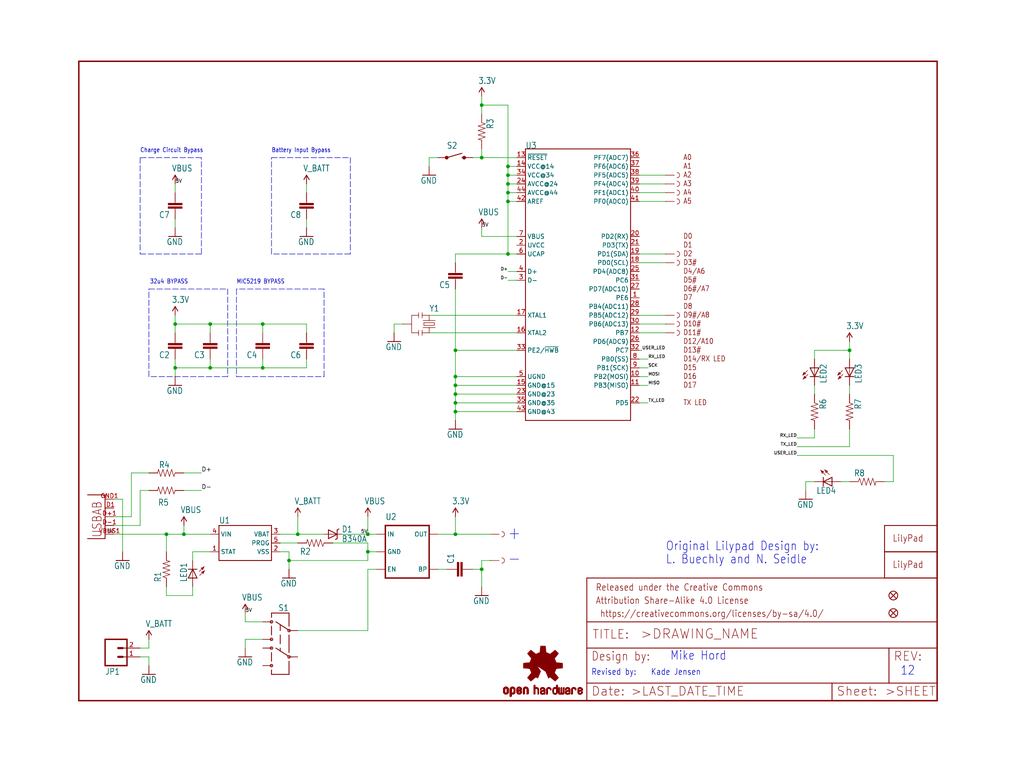
<source format=kicad_sch>
(kicad_sch (version 20211123) (generator eeschema)
  (paper "User" 297.002 223.926)
  (lib_symbols
    (symbol "schematicEagle-eagle-import:3.3V" (power)
      (property "Value" "3.3V" (at -1.016 3.556 0))
      (symbol "3.3V_1_0"
        (pin power_in line (at 0 0 90) (length 2.54) (name "3.3V") (number "1"))
      )
    )
    (symbol "schematicEagle-eagle-import:5V" (power)
      (property "Value" "5V" (at -1.016 3.556 0))
      (symbol "5V_1_0"
        (pin power_in line (at 0 0 90) (length 2.54) (name "5V") (number "1"))
      )
    )
    (symbol "schematicEagle-eagle-import:ATMEGA32U41{colon}1-LESS_PASTE"
      (property "Value" "ATMEGA32U41{colon}1-LESS_PASTE" (at -15.24 -43.18 0))
      (symbol "ATMEGA32U41{colon}1-LESS_PASTE_1_0"
        (text "A0" (at 30.48 34.798 0) (effects (font (size 1.524 1.2954)) (justify left bottom)))
        (text "A1" (at 30.48 32.258 0) (effects (font (size 1.524 1.2954)) (justify left bottom)))
        (text "A2" (at 30.48 29.718 0) (effects (font (size 1.524 1.2954)) (justify left bottom)))
        (text "A3" (at 30.48 27.178 0) (effects (font (size 1.524 1.2954)) (justify left bottom)))
        (text "A4" (at 30.48 24.638 0) (effects (font (size 1.524 1.2954)) (justify left bottom)))
        (text "A5" (at 30.48 22.098 0) (effects (font (size 1.524 1.2954)) (justify left bottom)))
        (text "D0" (at 30.48 11.938 0) (effects (font (size 1.524 1.2954)) (justify left bottom)))
        (text "D1" (at 30.48 9.398 0) (effects (font (size 1.524 1.2954)) (justify left bottom)))
        (text "D10#" (at 30.48 -13.462 0) (effects (font (size 1.524 1.2954)) (justify left bottom)))
        (text "D11#" (at 30.48 -16.002 0) (effects (font (size 1.524 1.2954)) (justify left bottom)))
        (text "D12/A10" (at 30.48 -18.542 0) (effects (font (size 1.524 1.2954)) (justify left bottom)))
        (text "D13#" (at 30.48 -21.082 0) (effects (font (size 1.524 1.2954)) (justify left bottom)))
        (text "D14/RX LED" (at 30.48 -23.622 0) (effects (font (size 1.524 1.2954)) (justify left bottom)))
        (text "D15" (at 30.48 -26.162 0) (effects (font (size 1.524 1.2954)) (justify left bottom)))
        (text "D16" (at 30.48 -28.702 0) (effects (font (size 1.524 1.2954)) (justify left bottom)))
        (text "D17" (at 30.48 -31.242 0) (effects (font (size 1.524 1.2954)) (justify left bottom)))
        (text "D2" (at 30.48 6.858 0) (effects (font (size 1.524 1.2954)) (justify left bottom)))
        (text "D3#" (at 30.48 4.318 0) (effects (font (size 1.524 1.2954)) (justify left bottom)))
        (text "D4/A6" (at 30.48 1.778 0) (effects (font (size 1.524 1.2954)) (justify left bottom)))
        (text "D5#" (at 30.48 -0.762 0) (effects (font (size 1.524 1.2954)) (justify left bottom)))
        (text "D6#/A7" (at 30.48 -3.302 0) (effects (font (size 1.524 1.2954)) (justify left bottom)))
        (text "D7" (at 30.48 -5.842 0) (effects (font (size 1.524 1.2954)) (justify left bottom)))
        (text "D8" (at 30.48 -8.382 0) (effects (font (size 1.524 1.2954)) (justify left bottom)))
        (text "D9#/A8" (at 30.48 -10.922 0) (effects (font (size 1.524 1.2954)) (justify left bottom)))
        (text "TX LED" (at 30.48 -36.322 0) (effects (font (size 1.524 1.2954)) (justify left bottom)))
        (pin bidirectional line (at 17.78 -5.08 180) (length 2.54) (name "PE6") (number "1"))
        (pin bidirectional line (at 17.78 -27.94 180) (length 2.54) (name "PB2(MOSI)") (number "10"))
        (pin bidirectional line (at 17.78 -30.48 180) (length 2.54) (name "PB3(MISO)") (number "11"))
        (pin bidirectional line (at 17.78 -15.24 180) (length 2.54) (name "PB7") (number "12"))
        (pin bidirectional line (at -17.78 35.56 0) (length 2.54) (name "~{RESET}") (number "13"))
        (pin bidirectional line (at -17.78 33.02 0) (length 2.54) (name "VCC@14") (number "14"))
        (pin bidirectional line (at -17.78 -30.48 0) (length 2.54) (name "GND@15") (number "15"))
        (pin bidirectional line (at -17.78 -15.24 0) (length 2.54) (name "XTAL2") (number "16"))
        (pin bidirectional line (at -17.78 -10.16 0) (length 2.54) (name "XTAL1") (number "17"))
        (pin bidirectional line (at 17.78 5.08 180) (length 2.54) (name "PD0(SCL)") (number "18"))
        (pin bidirectional line (at 17.78 7.62 180) (length 2.54) (name "PD1(SDA)") (number "19"))
        (pin bidirectional line (at -17.78 10.16 0) (length 2.54) (name "UVCC") (number "2"))
        (pin bidirectional line (at 17.78 12.7 180) (length 2.54) (name "PD2(RX)") (number "20"))
        (pin bidirectional line (at 17.78 10.16 180) (length 2.54) (name "PD3(TX)") (number "21"))
        (pin bidirectional line (at 17.78 -35.56 180) (length 2.54) (name "PD5") (number "22"))
        (pin bidirectional line (at -17.78 -33.02 0) (length 2.54) (name "GND@23") (number "23"))
        (pin bidirectional line (at -17.78 27.94 0) (length 2.54) (name "AVCC@24") (number "24"))
        (pin bidirectional line (at 17.78 2.54 180) (length 2.54) (name "PD4(ADC8)") (number "25"))
        (pin bidirectional line (at 17.78 -17.78 180) (length 2.54) (name "PD6(ADC9)") (number "26"))
        (pin bidirectional line (at 17.78 -2.54 180) (length 2.54) (name "PD7(ADC10)") (number "27"))
        (pin bidirectional line (at 17.78 -7.62 180) (length 2.54) (name "PB4(ADC11)") (number "28"))
        (pin bidirectional line (at 17.78 -10.16 180) (length 2.54) (name "PB5(ADC12)") (number "29"))
        (pin bidirectional line (at -17.78 0 0) (length 2.54) (name "D-") (number "3"))
        (pin bidirectional line (at 17.78 -12.7 180) (length 2.54) (name "PB6(ADC13)") (number "30"))
        (pin bidirectional line (at 17.78 0 180) (length 2.54) (name "PC6") (number "31"))
        (pin bidirectional line (at 17.78 -20.32 180) (length 2.54) (name "PC7") (number "32"))
        (pin bidirectional line (at -17.78 -20.32 0) (length 2.54) (name "PE2/~{HWB}") (number "33"))
        (pin bidirectional line (at -17.78 30.48 0) (length 2.54) (name "VCC@34") (number "34"))
        (pin bidirectional line (at -17.78 -35.56 0) (length 2.54) (name "GND@35") (number "35"))
        (pin bidirectional line (at 17.78 35.56 180) (length 2.54) (name "PF7(ADC7)") (number "36"))
        (pin bidirectional line (at 17.78 33.02 180) (length 2.54) (name "PF6(ADC6)") (number "37"))
        (pin bidirectional line (at 17.78 30.48 180) (length 2.54) (name "PF5(ADC5)") (number "38"))
        (pin bidirectional line (at 17.78 27.94 180) (length 2.54) (name "PF4(ADC4)") (number "39"))
        (pin bidirectional line (at -17.78 2.54 0) (length 2.54) (name "D+") (number "4"))
        (pin bidirectional line (at 17.78 25.4 180) (length 2.54) (name "PF1(ADC1)") (number "40"))
        (pin bidirectional line (at 17.78 22.86 180) (length 2.54) (name "PF0(ADC0)") (number "41"))
        (pin bidirectional line (at -17.78 22.86 0) (length 2.54) (name "AREF") (number "42"))
        (pin bidirectional line (at -17.78 -38.1 0) (length 2.54) (name "GND@43") (number "43"))
        (pin bidirectional line (at -17.78 25.4 0) (length 2.54) (name "AVCC@44") (number "44"))
        (pin bidirectional line (at -17.78 -27.94 0) (length 2.54) (name "UGND") (number "5"))
        (pin bidirectional line (at -17.78 7.62 0) (length 2.54) (name "UCAP") (number "6"))
        (pin bidirectional line (at -17.78 12.7 0) (length 2.54) (name "VBUS") (number "7"))
        (pin bidirectional line (at 17.78 -22.86 180) (length 2.54) (name "PB0(SS)") (number "8"))
        (pin bidirectional line (at 17.78 -25.4 180) (length 2.54) (name "PB1(SCK)") (number "9"))
      )
    )
    (symbol "schematicEagle-eagle-import:CAP0603-CAP"
      (property "Reference" "C" (at 1.524 2.921 0))
      (property "Value" "CAP0603-CAP" (at 1.524 -2.159 0))
      (symbol "CAP0603-CAP_1_0"
        (pin passive line (at 0 5.08 270) (length 2.54) (name "1") (number "1"))
        (pin passive line (at 0 -2.54 90) (length 2.54) (name "2") (number "2"))
      )
    )
    (symbol "schematicEagle-eagle-import:CAP1206"
      (property "Reference" "C" (at 1.524 2.921 0))
      (property "Value" "CAP1206" (at 1.524 -2.159 0))
      (symbol "CAP1206_1_0"
        (pin passive line (at 0 5.08 270) (length 2.54) (name "1") (number "1"))
        (pin passive line (at 0 -2.54 90) (length 2.54) (name "2") (number "2"))
      )
    )
    (symbol "schematicEagle-eagle-import:DIODE-SCHOTTKY-B340A"
      (property "Reference" "D" (at 2.54 0.4826 0))
      (property "Value" "DIODE-SCHOTTKY-B340A" (at 2.54 -2.3114 0))
      (symbol "DIODE-SCHOTTKY-B340A_1_0"
        (pin passive line (at -2.54 0 0) (length 2.54) (name "A") (number "A"))
        (pin passive line (at 2.54 0 180) (length 2.54) (name "C") (number "C"))
      )
    )
    (symbol "schematicEagle-eagle-import:FIDUCIAL1X2")
    (symbol "schematicEagle-eagle-import:FRAME-LETTER"
      (symbol "FRAME-LETTER_2_0"
        (text " https://creativecommons.org/licenses/by-sa/4.0/" (at 2.54 24.13 0) (effects (font (size 1.9304 1.6408)) (justify left bottom)))
        (text ">DRAWING_NAME" (at 15.494 17.78 0) (effects (font (size 2.7432 2.7432)) (justify left bottom)))
        (text ">LAST_DATE_TIME" (at 12.7 1.27 0) (effects (font (size 2.54 2.54)) (justify left bottom)))
        (text ">SHEET" (at 86.36 1.27 0) (effects (font (size 2.54 2.54)) (justify left bottom)))
        (text "Attribution Share-Alike 4.0 License" (at 2.54 27.94 0) (effects (font (size 1.9304 1.6408)) (justify left bottom)))
        (text "Date:" (at 1.27 1.27 0) (effects (font (size 2.54 2.54)) (justify left bottom)))
        (text "Design by:" (at 1.27 11.43 0) (effects (font (size 2.54 2.159)) (justify left bottom)))
        (text "Released under the Creative Commons" (at 2.54 31.75 0) (effects (font (size 1.9304 1.6408)) (justify left bottom)))
        (text "REV:" (at 88.9 11.43 0) (effects (font (size 2.54 2.54)) (justify left bottom)))
        (text "Sheet:" (at 72.39 1.27 0) (effects (font (size 2.54 2.54)) (justify left bottom)))
        (text "TITLE:" (at 1.524 17.78 0) (effects (font (size 2.54 2.54)) (justify left bottom)))
      )
    )
    (symbol "schematicEagle-eagle-import:GND" (power)
      (property "Value" "GND" (at -2.54 -2.54 0))
      (symbol "GND_1_0"
        (pin power_in line (at 0 2.54 270) (length 2.54) (name "GND") (number "1"))
      )
    )
    (symbol "schematicEagle-eagle-import:LED0603"
      (property "Reference" "LED" (at 3.556 -4.572 90))
      (property "Value" "LED0603" (at 5.715 -4.572 90))
      (symbol "LED0603_1_0"
        (pin passive line (at 0 2.54 270) (length 2.54) (name "A") (number "A"))
        (pin passive line (at 0 -5.08 90) (length 2.54) (name "C") (number "C"))
      )
    )
    (symbol "schematicEagle-eagle-import:LOGO-LPLP"
      (symbol "LOGO-LPLP_1_0"
        (text "LilyPad" (at -0.254 0.254 0) (effects (font (size 1.9304 1.6408)) (justify left bottom)))
      )
    )
    (symbol "schematicEagle-eagle-import:LOGO-LPLPA"
      (symbol "LOGO-LPLPA_1_0"
        (text "LilyPad" (at -0.254 0.254 0) (effects (font (size 1.9304 1.6408)) (justify left bottom)))
      )
    )
    (symbol "schematicEagle-eagle-import:M02-JST-2MM-SMT"
      (property "Reference" "JP" (at -2.54 5.842 0))
      (property "Value" "M02-JST-2MM-SMT" (at -2.54 -5.08 0))
      (symbol "M02-JST-2MM-SMT_1_0"
        (pin passive line (at 7.62 2.54 180) (length 5.08) (name "2") (number "1"))
        (pin passive line (at 7.62 0 180) (length 5.08) (name "1") (number "2"))
      )
    )
    (symbol "schematicEagle-eagle-import:MCP73831"
      (property "Reference" "U" (at -7.62 5.588 0))
      (property "Value" "MCP73831" (at -7.62 -7.62 0))
      (symbol "MCP73831_1_0"
        (pin output line (at -10.16 -2.54 0) (length 2.54) (name "STAT") (number "1"))
        (pin power_in line (at 10.16 -2.54 180) (length 2.54) (name "VSS") (number "2"))
        (pin power_in line (at 10.16 2.54 180) (length 2.54) (name "VBAT") (number "3"))
        (pin power_in line (at -10.16 2.54 0) (length 2.54) (name "VIN") (number "4"))
        (pin input line (at 10.16 0 180) (length 2.54) (name "PROG") (number "5"))
      )
    )
    (symbol "schematicEagle-eagle-import:OSHW-LOGOM")
    (symbol "schematicEagle-eagle-import:RESISTOR0603-RES"
      (property "Reference" "R" (at -3.81 1.4986 0))
      (property "Value" "RESISTOR0603-RES" (at -3.81 -3.302 0))
      (symbol "RESISTOR0603-RES_1_0"
        (pin passive line (at -5.08 0 0) (length 2.54) (name "1") (number "1"))
        (pin passive line (at 5.08 0 180) (length 2.54) (name "2") (number "2"))
      )
    )
    (symbol "schematicEagle-eagle-import:RESONATOR8MHZ"
      (property "Reference" "Y" (at 2.54 1.016 0))
      (property "Value" "RESONATOR8MHZ" (at 2.54 -7.62 0))
      (symbol "RESONATOR8MHZ_1_0"
        (pin passive line (at -2.54 0 0) (length 0) (name "1") (number "1"))
        (pin passive line (at 0 -7.62 90) (length 0) (name "2") (number "2"))
        (pin passive line (at 2.54 0 180) (length 0) (name "3") (number "3"))
      )
    )
    (symbol "schematicEagle-eagle-import:SEWTAP9"
      (symbol "SEWTAP9_1_0"
        (pin bidirectional line (at -2.54 0 180) (length 0) (name "1") (number "1"))
      )
    )
    (symbol "schematicEagle-eagle-import:SWITCH-DPDTAYZ0202"
      (property "Reference" "S" (at -2.54 8.128 0))
      (property "Value" "SWITCH-DPDTAYZ0202" (at -2.54 -12.7 0))
      (symbol "SWITCH-DPDTAYZ0202_1_0"
        (pin bidirectional line (at 5.08 5.08 180) (length 2.54) (name "1") (number "1"))
        (pin bidirectional line (at -5.08 2.54 0) (length 2.54) (name "2") (number "2"))
        (pin bidirectional line (at 5.08 0 180) (length 2.54) (name "3") (number "3"))
        (pin bidirectional line (at 5.08 -2.54 180) (length 2.54) (name "4") (number "4"))
        (pin bidirectional line (at -5.08 -5.08 0) (length 2.54) (name "5") (number "5"))
        (pin bidirectional line (at 5.08 -7.62 180) (length 2.54) (name "6") (number "6"))
      )
    )
    (symbol "schematicEagle-eagle-import:SWITCH-MOMENTARY-2SMD"
      (property "Reference" "S" (at -2.54 2.54 0))
      (property "Value" "SWITCH-MOMENTARY-2SMD" (at -2.54 -2.54 0))
      (symbol "SWITCH-MOMENTARY-2SMD_1_0"
        (pin passive line (at -5.08 0 0) (length 2.54) (name "1") (number "1"))
        (pin passive line (at 5.08 0 180) (length 2.54) (name "2") (number "3"))
      )
    )
    (symbol "schematicEagle-eagle-import:USB-ABCONN-11794"
      (symbol "USB-ABCONN-11794_1_0"
        (text "USBAB" (at 1.27 -6.096 900) (effects (font (size 2.54 2.159)) (justify left bottom)))
        (pin bidirectional line (at -5.08 0 0) (length 2.54) (name "D+") (number "D+1"))
        (pin bidirectional line (at -5.08 -2.54 0) (length 2.54) (name "D-") (number "D-1"))
        (pin bidirectional line (at -5.08 5.08 0) (length 2.54) (name "GND") (number "GND1"))
        (pin bidirectional line (at -5.08 2.54 0) (length 2.54) (name "USBID") (number "ID1"))
        (pin bidirectional line (at -5.08 -5.08 0) (length 2.54) (name "VBUS") (number "VBUS1"))
      )
    )
    (symbol "schematicEagle-eagle-import:V_BATT" (power)
      (property "Value" "V_BATT" (at -1.016 3.556 0))
      (symbol "V_BATT_1_0"
        (pin power_in line (at 0 0 90) (length 2.54) (name "V_BATT") (number "1"))
      )
    )
    (symbol "schematicEagle-eagle-import:V_REG_MIC52193.3V"
      (property "Reference" "U" (at -7.62 9.144 0))
      (property "Value" "V_REG_MIC52193.3V" (at -7.62 -11.43 0))
      (symbol "V_REG_MIC52193.3V_1_0"
        (pin input line (at -10.16 5.08 0) (length 2.54) (name "IN") (number "1"))
        (pin input line (at -10.16 0 0) (length 2.54) (name "GND") (number "2"))
        (pin input line (at -10.16 -5.08 0) (length 2.54) (name "EN") (number "3"))
        (pin input line (at 7.62 -5.08 180) (length 2.54) (name "BP") (number "4"))
        (pin passive line (at 7.62 5.08 180) (length 2.54) (name "OUT") (number "5"))
      )
    )
  )
  (junction (at 106.68 154.94))
  (junction (at 132.08 101.6))
  (junction (at 139.7 30.48))
  (junction (at 132.08 111.76))
  (junction (at 132.08 119.38))
  (junction (at 83.82 162.56))
  (junction (at 86.36 154.94))
  (junction (at 50.8 106.68))
  (junction (at 147.32 53.34))
  (junction (at 76.2 93.98))
  (junction (at 147.32 50.8))
  (junction (at 53.34 154.94))
  (junction (at 50.8 93.98))
  (junction (at 132.08 154.94))
  (junction (at 132.08 116.84))
  (junction (at 60.96 93.98))
  (junction (at 48.26 154.94))
  (junction (at 76.2 106.68))
  (junction (at 132.08 109.22))
  (junction (at 139.7 165.1))
  (junction (at 139.7 45.72))
  (junction (at 106.68 160.02))
  (junction (at 60.96 106.68))
  (junction (at 147.32 55.88))
  (junction (at 147.32 73.66))
  (junction (at 246.38 101.6))
  (junction (at 147.32 48.26))
  (junction (at 132.08 114.3))
  (junction (at 147.32 58.42))
  (wire (pts (xy 88.9 93.98) (xy 88.9 96.52)))
  (polyline (pts (xy 40.64 73.66) (xy 58.42 73.66)))
  (wire (pts (xy 246.38 129.54) (xy 231.14 129.54)))
  (wire (pts (xy 40.64 142.24) (xy 40.64 152.4)))
  (wire (pts (xy 139.7 43.18) (xy 139.7 45.72)))
  (wire (pts (xy 185.42 109.22) (xy 187.96 109.22)))
  (wire (pts (xy 50.8 91.44) (xy 50.8 93.98)))
  (wire (pts (xy 147.32 73.66) (xy 132.08 73.66)))
  (wire (pts (xy 147.32 58.42) (xy 149.86 58.42)))
  (polyline (pts (xy 43.18 83.82) (xy 66.04 83.82)))
  (wire (pts (xy 132.08 83.82) (xy 132.08 101.6)))
  (wire (pts (xy 243.84 139.7) (xy 246.38 139.7)))
  (polyline (pts (xy 78.74 73.66) (xy 78.74 45.72)))
  (polyline (pts (xy 68.58 83.82) (xy 68.58 109.22)))
  (wire (pts (xy 139.7 30.48) (xy 139.7 33.02)))
  (wire (pts (xy 185.42 116.84) (xy 187.96 116.84)))
  (wire (pts (xy 132.08 73.66) (xy 132.08 76.2)))
  (wire (pts (xy 149.86 96.52) (xy 124.46 96.52)))
  (polyline (pts (xy 40.64 45.72) (xy 40.64 73.66)))
  (wire (pts (xy 124.46 91.44) (xy 149.86 91.44)))
  (wire (pts (xy 48.26 154.94) (xy 48.26 160.02)))
  (wire (pts (xy 83.82 162.56) (xy 106.68 162.56)))
  (wire (pts (xy 147.32 73.66) (xy 149.86 73.66)))
  (wire (pts (xy 43.18 187.96) (xy 43.18 185.42)))
  (wire (pts (xy 185.42 106.68) (xy 187.96 106.68)))
  (wire (pts (xy 60.96 93.98) (xy 76.2 93.98)))
  (wire (pts (xy 185.42 53.34) (xy 193.04 53.34)))
  (wire (pts (xy 149.86 55.88) (xy 147.32 55.88)))
  (wire (pts (xy 48.26 154.94) (xy 53.34 154.94)))
  (wire (pts (xy 132.08 119.38) (xy 132.08 121.92)))
  (wire (pts (xy 132.08 101.6) (xy 132.08 109.22)))
  (wire (pts (xy 185.42 101.6) (xy 186.182 101.6)))
  (wire (pts (xy 149.86 53.34) (xy 147.32 53.34)))
  (wire (pts (xy 106.68 160.02) (xy 109.22 160.02)))
  (wire (pts (xy 86.36 182.88) (xy 106.68 182.88)))
  (wire (pts (xy 185.42 93.98) (xy 193.04 93.98)))
  (wire (pts (xy 246.38 99.06) (xy 246.38 101.6)))
  (wire (pts (xy 236.22 101.6) (xy 246.38 101.6)))
  (wire (pts (xy 71.12 180.34) (xy 76.2 180.34)))
  (wire (pts (xy 88.9 63.5) (xy 88.9 66.04)))
  (wire (pts (xy 71.12 185.42) (xy 76.2 185.42)))
  (wire (pts (xy 55.88 162.56) (xy 55.88 160.02)))
  (wire (pts (xy 83.82 160.02) (xy 83.82 162.56)))
  (wire (pts (xy 53.34 142.24) (xy 58.42 142.24)))
  (wire (pts (xy 50.8 106.68) (xy 50.8 109.22)))
  (polyline (pts (xy 66.04 109.22) (xy 43.18 109.22)))
  (polyline (pts (xy 78.74 45.72) (xy 101.6 45.72)))
  (wire (pts (xy 147.32 48.26) (xy 147.32 50.8)))
  (wire (pts (xy 259.08 132.08) (xy 231.14 132.08)))
  (wire (pts (xy 139.7 45.72) (xy 137.16 45.72)))
  (wire (pts (xy 106.68 157.48) (xy 106.68 160.02)))
  (wire (pts (xy 50.8 93.98) (xy 60.96 93.98)))
  (polyline (pts (xy 101.6 45.72) (xy 101.6 73.66)))
  (wire (pts (xy 256.54 139.7) (xy 259.08 139.7)))
  (wire (pts (xy 76.2 93.98) (xy 88.9 93.98)))
  (wire (pts (xy 132.08 111.76) (xy 132.08 114.3)))
  (wire (pts (xy 40.64 190.5) (xy 43.18 190.5)))
  (wire (pts (xy 33.02 154.94) (xy 48.26 154.94)))
  (wire (pts (xy 43.18 137.16) (xy 38.1 137.16)))
  (wire (pts (xy 86.36 157.48) (xy 81.28 157.48)))
  (wire (pts (xy 55.88 160.02) (xy 60.96 160.02)))
  (wire (pts (xy 40.64 187.96) (xy 43.18 187.96)))
  (wire (pts (xy 71.12 187.96) (xy 71.12 185.42)))
  (wire (pts (xy 147.32 50.8) (xy 147.32 53.34)))
  (polyline (pts (xy 68.58 109.22) (xy 93.98 109.22)))
  (wire (pts (xy 185.42 58.42) (xy 193.04 58.42)))
  (wire (pts (xy 124.46 45.72) (xy 124.46 48.26)))
  (wire (pts (xy 96.52 157.48) (xy 106.68 157.48)))
  (wire (pts (xy 137.16 165.1) (xy 139.7 165.1)))
  (wire (pts (xy 50.8 104.14) (xy 50.8 106.68)))
  (wire (pts (xy 127 45.72) (xy 124.46 45.72)))
  (wire (pts (xy 132.08 109.22) (xy 132.08 111.76)))
  (wire (pts (xy 53.34 152.4) (xy 53.34 154.94)))
  (wire (pts (xy 132.08 154.94) (xy 142.24 154.94)))
  (wire (pts (xy 60.96 93.98) (xy 60.96 96.52)))
  (wire (pts (xy 38.1 149.86) (xy 38.1 137.16)))
  (wire (pts (xy 185.42 91.44) (xy 193.04 91.44)))
  (polyline (pts (xy 101.6 73.66) (xy 78.74 73.66)))
  (wire (pts (xy 233.68 139.7) (xy 236.22 139.7)))
  (wire (pts (xy 106.68 182.88) (xy 106.68 165.1)))
  (wire (pts (xy 147.32 53.34) (xy 147.32 55.88)))
  (wire (pts (xy 71.12 177.8) (xy 71.12 180.34)))
  (wire (pts (xy 81.28 154.94) (xy 86.36 154.94)))
  (wire (pts (xy 139.7 66.04) (xy 139.7 68.58)))
  (wire (pts (xy 76.2 106.68) (xy 76.2 104.14)))
  (wire (pts (xy 259.08 139.7) (xy 259.08 132.08)))
  (wire (pts (xy 149.86 50.8) (xy 147.32 50.8)))
  (polyline (pts (xy 58.42 45.72) (xy 40.64 45.72)))
  (wire (pts (xy 60.96 106.68) (xy 60.96 104.14)))
  (wire (pts (xy 139.7 162.56) (xy 139.7 165.1)))
  (wire (pts (xy 149.86 119.38) (xy 132.08 119.38)))
  (wire (pts (xy 246.38 124.46) (xy 246.38 129.54)))
  (wire (pts (xy 142.24 162.56) (xy 139.7 162.56)))
  (wire (pts (xy 139.7 165.1) (xy 139.7 170.18)))
  (wire (pts (xy 76.2 106.68) (xy 60.96 106.68)))
  (wire (pts (xy 106.68 149.86) (xy 106.68 154.94)))
  (wire (pts (xy 132.08 116.84) (xy 132.08 119.38)))
  (wire (pts (xy 149.86 116.84) (xy 132.08 116.84)))
  (wire (pts (xy 40.64 152.4) (xy 33.02 152.4)))
  (wire (pts (xy 233.68 142.24) (xy 233.68 139.7)))
  (wire (pts (xy 149.86 109.22) (xy 132.08 109.22)))
  (wire (pts (xy 127 154.94) (xy 132.08 154.94)))
  (polyline (pts (xy 43.18 109.22) (xy 43.18 83.82)))
  (wire (pts (xy 236.22 104.14) (xy 236.22 101.6)))
  (wire (pts (xy 48.26 170.18) (xy 48.26 172.72)))
  (wire (pts (xy 35.56 144.78) (xy 33.02 144.78)))
  (wire (pts (xy 139.7 68.58) (xy 149.86 68.58)))
  (wire (pts (xy 88.9 53.34) (xy 88.9 55.88)))
  (wire (pts (xy 236.22 127) (xy 231.14 127)))
  (wire (pts (xy 88.9 104.14) (xy 88.9 106.68)))
  (wire (pts (xy 50.8 63.5) (xy 50.8 66.04)))
  (wire (pts (xy 246.38 104.14) (xy 246.38 101.6)))
  (wire (pts (xy 149.86 45.72) (xy 139.7 45.72)))
  (wire (pts (xy 236.22 111.76) (xy 236.22 114.3)))
  (wire (pts (xy 149.86 101.6) (xy 132.08 101.6)))
  (wire (pts (xy 53.34 154.94) (xy 60.96 154.94)))
  (wire (pts (xy 139.7 27.94) (xy 139.7 30.48)))
  (wire (pts (xy 83.82 162.56) (xy 83.82 165.1)))
  (wire (pts (xy 149.86 81.28) (xy 147.32 81.28)))
  (wire (pts (xy 106.68 165.1) (xy 109.22 165.1)))
  (wire (pts (xy 185.42 96.52) (xy 193.04 96.52)))
  (wire (pts (xy 185.42 104.14) (xy 187.96 104.14)))
  (wire (pts (xy 147.32 55.88) (xy 147.32 58.42)))
  (wire (pts (xy 149.86 114.3) (xy 132.08 114.3)))
  (wire (pts (xy 246.38 111.76) (xy 246.38 114.3)))
  (wire (pts (xy 149.86 111.76) (xy 132.08 111.76)))
  (wire (pts (xy 93.98 154.94) (xy 86.36 154.94)))
  (wire (pts (xy 35.56 160.02) (xy 35.56 144.78)))
  (wire (pts (xy 193.04 50.8) (xy 185.42 50.8)))
  (wire (pts (xy 50.8 106.68) (xy 60.96 106.68)))
  (wire (pts (xy 132.08 154.94) (xy 132.08 149.86)))
  (polyline (pts (xy 93.98 109.22) (xy 93.98 83.82)))
  (wire (pts (xy 33.02 149.86) (xy 38.1 149.86)))
  (wire (pts (xy 116.84 93.98) (xy 114.3 93.98)))
  (wire (pts (xy 88.9 106.68) (xy 76.2 106.68)))
  (wire (pts (xy 149.86 48.26) (xy 147.32 48.26)))
  (wire (pts (xy 106.68 154.94) (xy 99.06 154.94)))
  (wire (pts (xy 236.22 124.46) (xy 236.22 127)))
  (wire (pts (xy 149.86 78.74) (xy 147.32 78.74)))
  (wire (pts (xy 114.3 93.98) (xy 114.3 96.52)))
  (wire (pts (xy 193.04 55.88) (xy 185.42 55.88)))
  (wire (pts (xy 106.68 154.94) (xy 109.22 154.94)))
  (wire (pts (xy 43.18 142.24) (xy 40.64 142.24)))
  (polyline (pts (xy 93.98 83.82) (xy 68.58 83.82)))
  (wire (pts (xy 132.08 114.3) (xy 132.08 116.84)))
  (polyline (pts (xy 66.04 83.82) (xy 66.04 109.22)))
  (wire (pts (xy 139.7 30.48) (xy 147.32 30.48)))
  (wire (pts (xy 147.32 30.48) (xy 147.32 48.26)))
  (wire (pts (xy 50.8 53.34) (xy 50.8 55.88)))
  (wire (pts (xy 86.36 149.86) (xy 86.36 154.94)))
  (polyline (pts (xy 58.42 73.66) (xy 58.42 45.72)))
  (wire (pts (xy 76.2 93.98) (xy 76.2 96.52)))
  (wire (pts (xy 106.68 162.56) (xy 106.68 160.02)))
  (wire (pts (xy 43.18 190.5) (xy 43.18 193.04)))
  (wire (pts (xy 147.32 58.42) (xy 147.32 73.66)))
  (wire (pts (xy 127 165.1) (xy 129.54 165.1)))
  (wire (pts (xy 53.34 137.16) (xy 58.42 137.16)))
  (wire (pts (xy 48.26 172.72) (xy 55.88 172.72)))
  (wire (pts (xy 55.88 172.72) (xy 55.88 170.18)))
  (wire (pts (xy 81.28 160.02) (xy 83.82 160.02)))
  (wire (pts (xy 193.04 73.66) (xy 185.42 73.66)))
  (wire (pts (xy 193.04 76.2) (xy 185.42 76.2)))
  (wire (pts (xy 185.42 111.76) (xy 187.96 111.76)))
  (wire (pts (xy 50.8 93.98) (xy 50.8 96.52)))
  (text "L. Buechly and N. Seidle" (at 193.04 163.83 180) (effects (font (size 2.54 2.159)) (justify left bottom)))
  (text "Mike Hord" (at 194.31 191.77 180) (effects (font (size 2.54 2.159)) (justify left bottom)))
  (text "-" (at 147.066 164.338 180) (effects (font (size 3.81 3.2385)) (justify left bottom)))
  (text "32u4 BYPASS" (at 43.434 82.55 180) (effects (font (size 1.27 1.0795)) (justify left bottom)))
  (text "Charge Circuit Bypass" (at 40.64 44.45 180) (effects (font (size 1.27 1.0795)) (justify left bottom)))
  (text "Battery Input Bypass" (at 78.74 44.45 180) (effects (font (size 1.27 1.0795)) (justify left bottom)))
  (text "12" (at 261.112 196.088 180) (effects (font (size 2.54 2.159)) (justify left bottom)))
  (text "+" (at 147.066 156.972 180) (effects (font (size 3.81 3.2385)) (justify left bottom)))
  (text "Revised by:" (at 171.45 196.088 180) (effects (font (size 1.778 1.5113)) (justify left bottom)))
  (text "MIC5219 BYPASS" (at 68.58 82.55 180) (effects (font (size 1.27 1.0795)) (justify left bottom)))
  (text "Kade Jensen" (at 188.722 196.088 180) (effects (font (size 1.778 1.5113)) (justify left bottom)))
  (text "Original Lilypad Design by:" (at 193.04 160.02 180) (effects (font (size 2.54 2.159)) (justify left bottom)))
  (label "5V" (at 50.8 53.34 0) (effects (font (size 1.016 1.016))))
  (label "MOSI" (at 187.96 109.22 0) (effects (font (size 0.889 0.889))))
  (label "SCK" (at 187.96 106.68 0) (effects (font (size 0.889 0.889))))
  (label "RX_LED" (at 187.96 104.14 0) (effects (font (size 0.889 0.889))))
  (label "5V" (at 106.68 154.94 180) (effects (font (size 1.016 1.016))))
  (label "5V" (at 139.7 66.04 0) (effects (font (size 1.016 1.016))))
  (label "TX_LED" (at 231.14 129.54 180) (effects (font (size 0.889 0.889))))
  (label "RX_LED" (at 231.14 127 180) (effects (font (size 0.889 0.889))))
  (label "USER_LED" (at 186.182 101.6 0) (effects (font (size 0.889 0.889))))
  (label "D-" (at 147.32 81.28 180) (effects (font (size 0.889 0.889))))
  (label "TX_LED" (at 187.96 116.84 0) (effects (font (size 0.889 0.889))))
  (label "5V" (at 33.02 154.94 180) (effects (font (size 1.016 1.016))))
  (label "USER_LED" (at 231.14 132.08 180) (effects (font (size 0.889 0.889))))
  (label "D+" (at 147.32 78.74 180) (effects (font (size 0.889 0.889))))
  (label "D+" (at 58.42 137.16 0) (effects (font (size 1.2446 1.2446))))
  (label "D-" (at 58.42 142.24 0) (effects (font (size 1.2446 1.2446))))
  (label "MISO" (at 187.96 111.76 0) (effects (font (size 0.889 0.889))))
  (label "5V" (at 71.12 177.8 0) (effects (font (size 1.016 1.016))))
  (symbol (lib_id "schematicEagle-eagle-import:GND") (at 50.8 68.58 0) (unit 1)
    (property "Reference" "#GND9" (effects hide))
    (property "Value" "GND" (at 48.26 71.12 0) (effects (font (size 1.778 1.5113)) (justify left bottom)))
    (property "Footprint" "schematicEagle:" (effects hide))
  )
  (symbol (lib_id "schematicEagle-eagle-import:3.3V") (at 132.08 149.86 0) (unit 1)
    (property "Reference" "#P+1" (effects hide))
    (property "Value" "3.3V" (at 131.064 146.304 0) (effects (font (size 1.778 1.5113)) (justify left bottom)))
    (property "Footprint" "schematicEagle:" (effects hide))
  )
  (symbol (lib_id "schematicEagle-eagle-import:GND") (at 124.46 50.8 0) (unit 1)
    (property "Reference" "#GND5" (effects hide))
    (property "Value" "GND" (at 121.92 53.34 0) (effects (font (size 1.778 1.5113)) (justify left bottom)))
    (property "Footprint" "schematicEagle:" (effects hide))
  )
  (symbol (lib_id "schematicEagle-eagle-import:SEWTAP9") (at 195.58 96.52 0) (unit 1)
    (property "Reference" "D11" (effects hide))
    (property "Value" "SEWTAP9" (effects hide))
    (property "Footprint" "schematicEagle:PETAL-LONG-1-2SIDE" (effects hide))
    (property "Value" "SEWTAP9" (effects hide))
  )
  (symbol (lib_id "schematicEagle-eagle-import:RESISTOR0603-RES") (at 48.26 142.24 180) (unit 1)
    (property "Reference" "R5" (at 49.022 144.7546 0) (effects (font (size 1.778 1.5113)) (justify left bottom)))
    (property "Value" "22" (at 53.848 144.78 0) (effects (font (size 1.778 1.5113)) (justify left bottom)))
    (property "Footprint" "schematicEagle:0603-RES" (effects hide))
    (property "Value" "22" (effects hide))
  )
  (symbol (lib_id "schematicEagle-eagle-import:LOGO-LPLPA") (at 259.08 157.48 0) (unit 1)
    (property "Reference" "U$1" (effects hide))
    (property "Value" "LOGO-LPLPA" (effects hide))
    (property "Footprint" "schematicEagle:LOGO-LPA" (effects hide))
  )
  (symbol (lib_id "schematicEagle-eagle-import:RESISTOR0603-RES") (at 246.38 119.38 270) (unit 1)
    (property "Reference" "R7" (at 247.8786 115.57 0) (effects (font (size 1.778 1.5113)) (justify left bottom)))
    (property "Value" "330" (at 243.078 115.57 0) (effects (font (size 1.778 1.5113)) (justify left bottom)))
    (property "Footprint" "schematicEagle:0603-RES" (effects hide))
    (property "Value" "330" (effects hide))
  )
  (symbol (lib_id "schematicEagle-eagle-import:V_BATT") (at 43.18 185.42 0) (unit 1)
    (property "Reference" "#U$4" (effects hide))
    (property "Value" "V_BATT" (at 42.164 181.864 0) (effects (font (size 1.778 1.5113)) (justify left bottom)))
    (property "Footprint" "schematicEagle:" (effects hide))
  )
  (symbol (lib_id "schematicEagle-eagle-import:GND") (at 139.7 172.72 0) (unit 1)
    (property "Reference" "#GND4" (effects hide))
    (property "Value" "GND" (at 137.16 175.26 0) (effects (font (size 1.778 1.5113)) (justify left bottom)))
    (property "Footprint" "schematicEagle:" (effects hide))
  )
  (symbol (lib_id "schematicEagle-eagle-import:5V") (at 139.7 66.04 0) (unit 1)
    (property "Reference" "#U$16" (effects hide))
    (property "Value" "VBUS" (at 138.684 62.484 0) (effects (font (size 1.778 1.5113)) (justify left bottom)))
    (property "Footprint" "schematicEagle:" (effects hide))
  )
  (symbol (lib_id "schematicEagle-eagle-import:3.3V") (at 50.8 91.44 0) (unit 1)
    (property "Reference" "#P+4" (effects hide))
    (property "Value" "3.3V" (at 49.784 87.884 0) (effects (font (size 1.778 1.5113)) (justify left bottom)))
    (property "Footprint" "schematicEagle:" (effects hide))
  )
  (symbol (lib_id "schematicEagle-eagle-import:5V") (at 53.34 152.4 0) (unit 1)
    (property "Reference" "#U$12" (effects hide))
    (property "Value" "VBUS" (at 52.324 148.844 0) (effects (font (size 1.778 1.5113)) (justify left bottom)))
    (property "Footprint" "schematicEagle:" (effects hide))
  )
  (symbol (lib_id "schematicEagle-eagle-import:SEWTAP9") (at 144.78 154.94 0) (unit 1)
    (property "Reference" "+0" (effects hide))
    (property "Value" "SEWTAP9" (effects hide))
    (property "Footprint" "schematicEagle:PETAL-LONG-1-2SIDE" (effects hide))
    (property "Value" "SEWTAP9" (effects hide))
  )
  (symbol (lib_id "schematicEagle-eagle-import:GND") (at 35.56 162.56 0) (unit 1)
    (property "Reference" "#GND3" (effects hide))
    (property "Value" "GND" (at 33.02 165.1 0) (effects (font (size 1.778 1.5113)) (justify left bottom)))
    (property "Footprint" "schematicEagle:" (effects hide))
  )
  (symbol (lib_id "schematicEagle-eagle-import:GND") (at 233.68 144.78 0) (unit 1)
    (property "Reference" "#GND12" (effects hide))
    (property "Value" "GND" (at 231.14 147.32 0) (effects (font (size 1.778 1.5113)) (justify left bottom)))
    (property "Footprint" "schematicEagle:" (effects hide))
  )
  (symbol (lib_id "schematicEagle-eagle-import:LED0603") (at 241.3 139.7 270) (unit 1)
    (property "Reference" "LED4" (at 236.728 143.256 90) (effects (font (size 1.778 1.5113)) (justify left bottom)))
    (property "Value" "RED" (at 236.728 145.415 90) (effects (font (size 1.778 1.5113)) (justify left bottom)))
    (property "Footprint" "schematicEagle:LED-0603" (effects hide))
    (property "Value" "RED" (effects hide))
  )
  (symbol (lib_id "schematicEagle-eagle-import:SWITCH-MOMENTARY-2SMD") (at 132.08 45.72 0) (unit 1)
    (property "Reference" "S2" (at 129.54 43.18 0) (effects (font (size 1.778 1.5113)) (justify left bottom)))
    (property "Value" "!RESET" (at 129.286 48.768 0) (effects (font (size 1.778 1.5113)) (justify left bottom)))
    (property "Footprint" "schematicEagle:TACTILE_SWITCH_SMD" (effects hide))
    (property "Value" "!RESET" (effects hide))
  )
  (symbol (lib_id "schematicEagle-eagle-import:GND") (at 71.12 190.5 0) (unit 1)
    (property "Reference" "#GND1" (effects hide))
    (property "Value" "GND" (at 68.58 193.04 0) (effects (font (size 1.778 1.5113)) (justify left bottom)))
    (property "Footprint" "schematicEagle:" (effects hide))
  )
  (symbol (lib_id "schematicEagle-eagle-import:3.3V") (at 139.7 27.94 0) (unit 1)
    (property "Reference" "#P+2" (effects hide))
    (property "Value" "3.3V" (at 138.684 24.384 0) (effects (font (size 1.778 1.5113)) (justify left bottom)))
    (property "Footprint" "schematicEagle:" (effects hide))
  )
  (symbol (lib_id "schematicEagle-eagle-import:SEWTAP9") (at 195.58 50.8 0) (unit 1)
    (property "Reference" "A2" (effects hide))
    (property "Value" "SEWTAP9" (effects hide))
    (property "Footprint" "schematicEagle:PETAL-LONG-1-2SIDE" (effects hide))
    (property "Value" "SEWTAP9" (effects hide))
  )
  (symbol (lib_id "schematicEagle-eagle-import:RESISTOR0603-RES") (at 251.46 139.7 0) (unit 1)
    (property "Reference" "R8" (at 247.65 138.2014 0) (effects (font (size 1.778 1.5113)) (justify left bottom)))
    (property "Value" "330" (at 247.65 143.002 0) (effects (font (size 1.778 1.5113)) (justify left bottom)))
    (property "Footprint" "schematicEagle:0603-RES" (effects hide))
    (property "Value" "330" (effects hide))
  )
  (symbol (lib_id "schematicEagle-eagle-import:CAP0603-CAP") (at 134.62 165.1 90) (unit 1)
    (property "Reference" "C1" (at 131.699 163.576 0) (effects (font (size 1.778 1.5113)) (justify left bottom)))
    (property "Value" "470pF" (at 136.779 163.576 0) (effects (font (size 1.778 1.5113)) (justify left bottom)))
    (property "Footprint" "schematicEagle:0603-CAP" (effects hide))
    (property "Value" "470pF" (effects hide))
  )
  (symbol (lib_id "schematicEagle-eagle-import:SEWTAP9") (at 144.78 162.56 0) (unit 1)
    (property "Reference" "-0" (effects hide))
    (property "Value" "SEWTAP9" (effects hide))
    (property "Footprint" "schematicEagle:PETAL-LONG-1-2SIDE" (effects hide))
    (property "Value" "SEWTAP9" (effects hide))
  )
  (symbol (lib_id "schematicEagle-eagle-import:RESISTOR0603-RES") (at 236.22 119.38 270) (unit 1)
    (property "Reference" "R6" (at 237.7186 115.57 0) (effects (font (size 1.778 1.5113)) (justify left bottom)))
    (property "Value" "330" (at 232.918 115.57 0) (effects (font (size 1.778 1.5113)) (justify left bottom)))
    (property "Footprint" "schematicEagle:0603-RES" (effects hide))
    (property "Value" "330" (effects hide))
  )
  (symbol (lib_id "schematicEagle-eagle-import:CAP1206") (at 88.9 58.42 180) (unit 1)
    (property "Reference" "C8" (at 87.376 61.341 0) (effects (font (size 1.778 1.5113)) (justify left bottom)))
    (property "Value" "4.7uF" (at 87.376 56.261 0) (effects (font (size 1.778 1.5113)) (justify left bottom)))
    (property "Footprint" "schematicEagle:1206" (effects hide))
    (property "Value" "4.7uF" (effects hide))
  )
  (symbol (lib_id "schematicEagle-eagle-import:FIDUCIAL1X2") (at 259.08 177.8 0) (unit 1)
    (property "Reference" "JP3" (effects hide))
    (property "Value" "FIDUCIAL1X2" (effects hide))
    (property "Footprint" "schematicEagle:FIDUCIAL-1X2" (effects hide))
  )
  (symbol (lib_id "schematicEagle-eagle-import:MCP73831") (at 71.12 157.48 0) (unit 1)
    (property "Reference" "U1" (at 63.5 151.892 0) (effects (font (size 1.778 1.5113)) (justify left bottom)))
    (property "Value" "MCP73831" (at 63.5 165.1 0) (effects (font (size 1.778 1.5113)) (justify left bottom)))
    (property "Footprint" "schematicEagle:SOT23-5" (effects hide))
    (property "Value" "MCP73831" (effects hide))
  )
  (symbol (lib_id "schematicEagle-eagle-import:DIODE-SCHOTTKY-B340A") (at 96.52 154.94 0) (unit 1)
    (property "Reference" "D1" (at 99.06 154.4574 0) (effects (font (size 1.778 1.5113)) (justify left bottom)))
    (property "Value" "B340A" (at 99.06 157.2514 0) (effects (font (size 1.778 1.5113)) (justify left bottom)))
    (property "Footprint" "schematicEagle:SMA-DIODE" (effects hide))
  )
  (symbol (lib_id "schematicEagle-eagle-import:SEWTAP9") (at 195.58 55.88 0) (unit 1)
    (property "Reference" "A4" (effects hide))
    (property "Value" "SEWTAP9" (effects hide))
    (property "Footprint" "schematicEagle:PETAL-LONG-1-2SIDE" (effects hide))
    (property "Value" "SEWTAP9" (effects hide))
  )
  (symbol (lib_id "schematicEagle-eagle-import:RESISTOR0603-RES") (at 48.26 137.16 180) (unit 1)
    (property "Reference" "R4" (at 49.276 133.8326 0) (effects (font (size 1.778 1.5113)) (justify left bottom)))
    (property "Value" "22" (at 53.848 133.858 0) (effects (font (size 1.778 1.5113)) (justify left bottom)))
    (property "Footprint" "schematicEagle:0603-RES" (effects hide))
    (property "Value" "22" (effects hide))
  )
  (symbol (lib_id "schematicEagle-eagle-import:GND") (at 43.18 195.58 0) (unit 1)
    (property "Reference" "#GND11" (effects hide))
    (property "Value" "GND" (at 40.64 198.12 0) (effects (font (size 1.778 1.5113)) (justify left bottom)))
    (property "Footprint" "schematicEagle:" (effects hide))
  )
  (symbol (lib_id "schematicEagle-eagle-import:RESISTOR0603-RES") (at 139.7 38.1 270) (unit 1)
    (property "Reference" "R3" (at 141.1986 34.29 0) (effects (font (size 1.778 1.5113)) (justify left bottom)))
    (property "Value" "10k" (at 136.398 34.29 0) (effects (font (size 1.778 1.5113)) (justify left bottom)))
    (property "Footprint" "schematicEagle:0603-RES" (effects hide))
    (property "Value" "10k" (effects hide))
  )
  (symbol (lib_id "schematicEagle-eagle-import:5V") (at 106.68 149.86 0) (unit 1)
    (property "Reference" "#U$2" (effects hide))
    (property "Value" "VBUS" (at 105.664 146.304 0) (effects (font (size 1.778 1.5113)) (justify left bottom)))
    (property "Footprint" "schematicEagle:" (effects hide))
  )
  (symbol (lib_id "schematicEagle-eagle-import:SEWTAP9") (at 195.58 93.98 0) (unit 1)
    (property "Reference" "D10" (effects hide))
    (property "Value" "SEWTAP9" (effects hide))
    (property "Footprint" "schematicEagle:PETAL-LONG-1-2SIDE" (effects hide))
    (property "Value" "SEWTAP9" (effects hide))
  )
  (symbol (lib_id "schematicEagle-eagle-import:CAP0603-CAP") (at 132.08 78.74 180) (unit 1)
    (property "Reference" "C5" (at 130.556 81.661 0) (effects (font (size 1.778 1.5113)) (justify left bottom)))
    (property "Value" "1uF" (at 130.556 76.581 0) (effects (font (size 1.778 1.5113)) (justify left bottom)))
    (property "Footprint" "schematicEagle:0603-CAP" (effects hide))
    (property "Value" "1uF" (effects hide))
  )
  (symbol (lib_id "schematicEagle-eagle-import:CAP0603-CAP") (at 60.96 99.06 180) (unit 1)
    (property "Reference" "C3" (at 59.436 101.981 0) (effects (font (size 1.778 1.5113)) (justify left bottom)))
    (property "Value" ".1uF" (at 59.436 96.901 0) (effects (font (size 1.778 1.5113)) (justify left bottom)))
    (property "Footprint" "schematicEagle:0603-CAP" (effects hide))
    (property "Value" ".1uF" (effects hide))
  )
  (symbol (lib_id "schematicEagle-eagle-import:GND") (at 132.08 124.46 0) (unit 1)
    (property "Reference" "#GND7" (effects hide))
    (property "Value" "GND" (at 129.54 127 0) (effects (font (size 1.778 1.5113)) (justify left bottom)))
    (property "Footprint" "schematicEagle:" (effects hide))
  )
  (symbol (lib_id "schematicEagle-eagle-import:FRAME-LETTER") (at 170.18 203.2 0) (unit 2)
    (property "Reference" "FRAME1" (effects hide))
    (property "Value" "FRAME-LETTER" (effects hide))
    (property "Footprint" "schematicEagle:CREATIVE_COMMONS" (effects hide))
  )
  (symbol (lib_id "schematicEagle-eagle-import:RESISTOR0603-RES") (at 91.44 157.48 180) (unit 1)
    (property "Reference" "R2" (at 90.17 158.9786 0) (effects (font (size 1.778 1.5113)) (justify left bottom)))
    (property "Value" "10k" (at 97.028 159.004 0) (effects (font (size 1.778 1.5113)) (justify left bottom)))
    (property "Footprint" "schematicEagle:0603-RES" (effects hide))
    (property "Value" "10k" (effects hide))
  )
  (symbol (lib_id "schematicEagle-eagle-import:CAP0603-CAP") (at 76.2 99.06 180) (unit 1)
    (property "Reference" "C4" (at 74.676 101.981 0) (effects (font (size 1.778 1.5113)) (justify left bottom)))
    (property "Value" ".1uF" (at 74.676 96.901 0) (effects (font (size 1.778 1.5113)) (justify left bottom)))
    (property "Footprint" "schematicEagle:0603-CAP" (effects hide))
    (property "Value" ".1uF" (effects hide))
  )
  (symbol (lib_id "schematicEagle-eagle-import:LED0603") (at 246.38 106.68 0) (unit 1)
    (property "Reference" "LED3" (at 249.936 111.252 90) (effects (font (size 1.778 1.5113)) (justify left bottom)))
    (property "Value" "RED" (at 252.095 111.252 90) (effects (font (size 1.778 1.5113)) (justify left bottom)))
    (property "Footprint" "schematicEagle:LED-0603" (effects hide))
    (property "Value" "RED" (effects hide))
  )
  (symbol (lib_id "schematicEagle-eagle-import:V_REG_MIC52193.3V") (at 119.38 160.02 0) (unit 1)
    (property "Reference" "U2" (at 111.76 150.876 0) (effects (font (size 1.778 1.5113)) (justify left bottom)))
    (property "Value" "MIC5219" (at 111.76 171.45 0) (effects (font (size 1.778 1.5113)) (justify left bottom)))
    (property "Footprint" "schematicEagle:SOT23-5" (effects hide))
    (property "Value" "MIC5219" (effects hide))
  )
  (symbol (lib_id "schematicEagle-eagle-import:LED0603") (at 55.88 167.64 180) (unit 1)
    (property "Reference" "LED1" (at 52.324 163.068 90) (effects (font (size 1.778 1.5113)) (justify left bottom)))
    (property "Value" "RED" (at 56.769 167.894 90) (effects (font (size 1.778 1.5113)) (justify left bottom)))
    (property "Footprint" "schematicEagle:LED-0603" (effects hide))
    (property "Value" "RED" (effects hide))
  )
  (symbol (lib_id "schematicEagle-eagle-import:SEWTAP9") (at 195.58 73.66 0) (unit 1)
    (property "Reference" "D5" (effects hide))
    (property "Value" "SEWTAP9" (effects hide))
    (property "Footprint" "schematicEagle:PETAL-LONG-1-2SIDE" (effects hide))
    (property "Value" "SEWTAP9" (effects hide))
  )
  (symbol (lib_id "schematicEagle-eagle-import:3.3V") (at 246.38 99.06 0) (unit 1)
    (property "Reference" "#P+3" (effects hide))
    (property "Value" "3.3V" (at 245.364 95.504 0) (effects (font (size 1.778 1.5113)) (justify left bottom)))
    (property "Footprint" "schematicEagle:" (effects hide))
  )
  (symbol (lib_id "schematicEagle-eagle-import:GND") (at 50.8 111.76 0) (unit 1)
    (property "Reference" "#GND6" (effects hide))
    (property "Value" "GND" (at 48.26 114.3 0) (effects (font (size 1.778 1.5113)) (justify left bottom)))
    (property "Footprint" "schematicEagle:" (effects hide))
  )
  (symbol (lib_id "schematicEagle-eagle-import:SWITCH-DPDTAYZ0202") (at 81.28 185.42 0) (mirror y) (unit 1)
    (property "Reference" "S1" (at 83.82 177.292 0) (effects (font (size 1.778 1.5113)) (justify left bottom)))
    (property "Value" "SWITCH-DPDTAYZ0202" (at 83.82 198.12 0) (effects (font (size 1.778 1.5113)) (justify left bottom)))
    (property "Footprint" "schematicEagle:AYZ0202" (effects hide))
    (property "Value" "SWITCH-DPDTAYZ0202" (effects hide))
  )
  (symbol (lib_id "schematicEagle-eagle-import:RESONATOR8MHZ") (at 124.46 93.98 270) (unit 1)
    (property "Reference" "Y1" (at 124.46 90.424 90) (effects (font (size 1.778 1.5113)) (justify left bottom)))
    (property "Value" "8MHz" (at 124.46 99.06 90) (effects (font (size 1.778 1.5113)) (justify left bottom)))
    (property "Footprint" "schematicEagle:RESONATOR-SMD" (effects hide))
    (property "Value" "8MHz" (effects hide))
  )
  (symbol (lib_id "schematicEagle-eagle-import:M02-JST-2MM-SMT") (at 33.02 187.96 0) (mirror x) (unit 1)
    (property "Reference" "JP1" (at 30.48 193.802 0) (effects (font (size 1.778 1.5113)) (justify left bottom)))
    (property "Value" "JST-2" (at 30.48 182.88 0) (effects (font (size 1.778 1.5113)) (justify left bottom)))
    (property "Footprint" "schematicEagle:JST-2-SMD" (effects hide))
    (property "Value" "JST-2" (effects hide))
  )
  (symbol (lib_id "schematicEagle-eagle-import:USB-ABCONN-11794") (at 27.94 149.86 0) (mirror y) (unit 1)
    (property "Reference" "U5" (effects hide))
    (property "Value" "USB-ABCONN-11794" (effects hide))
    (property "Footprint" "schematicEagle:USB-AB-MICRO-SMD_V03" (effects hide))
  )
  (symbol (lib_id "schematicEagle-eagle-import:FIDUCIAL1X2") (at 259.08 172.72 0) (unit 1)
    (property "Reference" "JP2" (effects hide))
    (property "Value" "FIDUCIAL1X2" (effects hide))
    (property "Footprint" "schematicEagle:FIDUCIAL-1X2" (effects hide))
  )
  (symbol (lib_id "schematicEagle-eagle-import:5V") (at 50.8 53.34 0) (unit 1)
    (property "Reference" "#U$17" (effects hide))
    (property "Value" "VBUS" (at 49.784 49.784 0) (effects (font (size 1.778 1.5113)) (justify left bottom)))
    (property "Footprint" "schematicEagle:" (effects hide))
  )
  (symbol (lib_id "schematicEagle-eagle-import:CAP0603-CAP") (at 88.9 99.06 180) (unit 1)
    (property "Reference" "C6" (at 87.376 101.981 0) (effects (font (size 1.778 1.5113)) (justify left bottom)))
    (property "Value" "4.7uF" (at 87.376 96.901 0) (effects (font (size 1.778 1.5113)) (justify left bottom)))
    (property "Footprint" "schematicEagle:0603-CAP" (effects hide))
    (property "Value" "4.7uF" (effects hide))
  )
  (symbol (lib_id "schematicEagle-eagle-import:5V") (at 71.12 177.8 0) (unit 1)
    (property "Reference" "#U$3" (effects hide))
    (property "Value" "VBUS" (at 70.104 174.244 0) (effects (font (size 1.778 1.5113)) (justify left bottom)))
    (property "Footprint" "schematicEagle:" (effects hide))
  )
  (symbol (lib_id "schematicEagle-eagle-import:V_BATT") (at 86.36 149.86 0) (unit 1)
    (property "Reference" "#U$14" (effects hide))
    (property "Value" "V_BATT" (at 85.344 146.304 0) (effects (font (size 1.778 1.5113)) (justify left bottom)))
    (property "Footprint" "schematicEagle:" (effects hide))
  )
  (symbol (lib_id "schematicEagle-eagle-import:SEWTAP9") (at 195.58 91.44 0) (unit 1)
    (property "Reference" "D9" (effects hide))
    (property "Value" "SEWTAP9" (effects hide))
    (property "Footprint" "schematicEagle:PETAL-LONG-1-2SIDE" (effects hide))
    (property "Value" "SEWTAP9" (effects hide))
  )
  (symbol (lib_id "schematicEagle-eagle-import:ATMEGA32U41{colon}1-LESS_PASTE") (at 167.64 81.28 0) (unit 1)
    (property "Reference" "U3" (at 152.4 43.18 0) (effects (font (size 1.778 1.5113)) (justify left bottom)))
    (property "Value" "ATMEGA32U41:1-LESS_PASTE" (at 152.4 124.46 0) (effects (font (size 1.778 1.5113)) (justify left bottom)))
    (property "Footprint" "schematicEagle:QFN-44-NOPAD_1_1-LESS_PASTE" (effects hide))
    (property "Value" "ATMEGA32U41:1-LESS_PASTE" (effects hide))
  )
  (symbol (lib_id "schematicEagle-eagle-import:CAP0603-CAP") (at 50.8 99.06 180) (unit 1)
    (property "Reference" "C2" (at 49.276 101.981 0) (effects (font (size 1.778 1.5113)) (justify left bottom)))
    (property "Value" ".1uF" (at 49.276 96.901 0) (effects (font (size 1.778 1.5113)) (justify left bottom)))
    (property "Footprint" "schematicEagle:0603-CAP" (effects hide))
    (property "Value" ".1uF" (effects hide))
  )
  (symbol (lib_id "schematicEagle-eagle-import:CAP1206") (at 50.8 58.42 180) (unit 1)
    (property "Reference" "C7" (at 49.276 61.341 0) (effects (font (size 1.778 1.5113)) (justify left bottom)))
    (property "Value" "4.7uF" (at 49.276 56.261 0) (effects (font (size 1.778 1.5113)) (justify left bottom)))
    (property "Footprint" "schematicEagle:1206" (effects hide))
    (property "Value" "4.7uF" (effects hide))
  )
  (symbol (lib_id "schematicEagle-eagle-import:SEWTAP9") (at 195.58 76.2 0) (unit 1)
    (property "Reference" "D6" (effects hide))
    (property "Value" "SEWTAP9" (effects hide))
    (property "Footprint" "schematicEagle:PETAL-LONG-1-2SIDE" (effects hide))
    (property "Value" "SEWTAP9" (effects hide))
  )
  (symbol (lib_id "schematicEagle-eagle-import:LOGO-LPLP") (at 259.08 165.1 0) (unit 1)
    (property "Reference" "U$13" (effects hide))
    (property "Value" "LOGO-LPLP" (effects hide))
    (property "Footprint" "schematicEagle:LOGO-LILYPAD" (effects hide))
    (property "Value" "LOGO-LPLP" (effects hide))
  )
  (symbol (lib_id "schematicEagle-eagle-import:SEWTAP9") (at 195.58 58.42 0) (unit 1)
    (property "Reference" "A5" (effects hide))
    (property "Value" "SEWTAP9" (effects hide))
    (property "Footprint" "schematicEagle:PETAL-LONG-1-2SIDE" (effects hide))
    (property "Value" "SEWTAP9" (effects hide))
  )
  (symbol (lib_id "schematicEagle-eagle-import:SEWTAP9") (at 195.58 53.34 0) (unit 1)
    (property "Reference" "A3" (effects hide))
    (property "Value" "SEWTAP9" (effects hide))
    (property "Footprint" "schematicEagle:PETAL-LONG-1-2SIDE" (effects hide))
    (property "Value" "SEWTAP9" (effects hide))
  )
  (symbol (lib_id "schematicEagle-eagle-import:V_BATT") (at 88.9 53.34 0) (unit 1)
    (property "Reference" "#U$18" (effects hide))
    (property "Value" "V_BATT" (at 87.884 49.784 0) (effects (font (size 1.778 1.5113)) (justify left bottom)))
    (property "Footprint" "schematicEagle:" (effects hide))
  )
  (symbol (lib_id "schematicEagle-eagle-import:FRAME-LETTER") (at 22.86 203.2 0) (unit 1)
    (property "Reference" "FRAME1" (effects hide))
    (property "Value" "FRAME-LETTER" (effects hide))
    (property "Footprint" "schematicEagle:CREATIVE_COMMONS" (effects hide))
  )
  (symbol (lib_id "schematicEagle-eagle-import:GND") (at 88.9 68.58 0) (unit 1)
    (property "Reference" "#GND8" (effects hide))
    (property "Value" "GND" (at 86.36 71.12 0) (effects (font (size 1.778 1.5113)) (justify left bottom)))
    (property "Footprint" "schematicEagle:" (effects hide))
  )
  (symbol (lib_id "schematicEagle-eagle-import:GND") (at 114.3 99.06 0) (unit 1)
    (property "Reference" "#GND10" (effects hide))
    (property "Value" "GND" (at 111.76 101.6 0) (effects (font (size 1.778 1.5113)) (justify left bottom)))
    (property "Footprint" "schematicEagle:" (effects hide))
  )
  (symbol (lib_id "schematicEagle-eagle-import:LED0603") (at 236.22 106.68 0) (unit 1)
    (property "Reference" "LED2" (at 239.776 111.252 90) (effects (font (size 1.778 1.5113)) (justify left bottom)))
    (property "Value" "RED" (at 241.935 111.252 90) (effects (font (size 1.778 1.5113)) (justify left bottom)))
    (property "Footprint" "schematicEagle:LED-0603" (effects hide))
    (property "Value" "RED" (effects hide))
  )
  (symbol (lib_id "schematicEagle-eagle-import:GND") (at 83.82 167.64 0) (unit 1)
    (property "Reference" "#GND2" (effects hide))
    (property "Value" "GND" (at 81.28 170.18 0) (effects (font (size 1.778 1.5113)) (justify left bottom)))
    (property "Footprint" "schematicEagle:" (effects hide))
  )
  (symbol (lib_id "schematicEagle-eagle-import:RESISTOR0603-RES") (at 48.26 165.1 90) (unit 1)
    (property "Reference" "R1" (at 46.7614 168.91 0) (effects (font (size 1.778 1.5113)) (justify left bottom)))
    (property "Value" "330" (at 51.562 168.91 0) (effects (font (size 1.778 1.5113)) (justify left bottom)))
    (property "Footprint" "schematicEagle:0603-RES" (effects hide))
    (property "Value" "330" (effects hide))
  )
  (symbol (lib_id "schematicEagle-eagle-import:OSHW-LOGOM") (at 157.48 193.04 0) (unit 1)
    (property "Reference" "U$5" (effects hide))
    (property "Value" "OSHW-LOGOM" (effects hide))
    (property "Footprint" "schematicEagle:OSHW-LOGO-M" (effects hide))
  )
)
</source>
